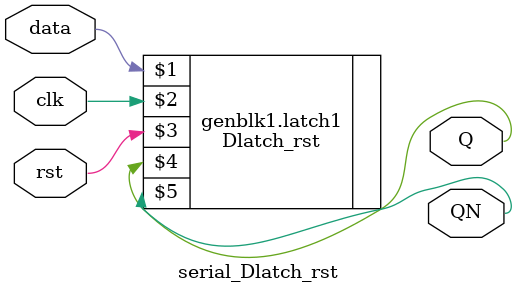
<source format=v>
`ifndef __SERIAL_DLATCH_RST__
 `define __SERIAL_DLATCH_RST__

`include "src/memory/Dlatch/Dlatch_rst.v"

module serial_Dlatch_rst(data, clk, rst, Q, QN);
   parameter WIRE = 1;

   input [WIRE -1:0] data;
   input	     clk, rst;
   output [WIRE -1:0] Q, QN;

   if (WIRE > 0)
     Dlatch_rst latch1(data[0], clk, rst, Q[0], QN[0]);
   if (WIRE > 1)
     serial_Dlatch_rst #(.WIRE(WIRE-1)) recall(.data(data[WIRE-1:1]),
					       .clk(clk),
					       .rst(rst),
					       .Q(Q[WIRE-1:1]),
					       .QN(QN[WIRE-1:1]));
endmodule

`endif

</source>
